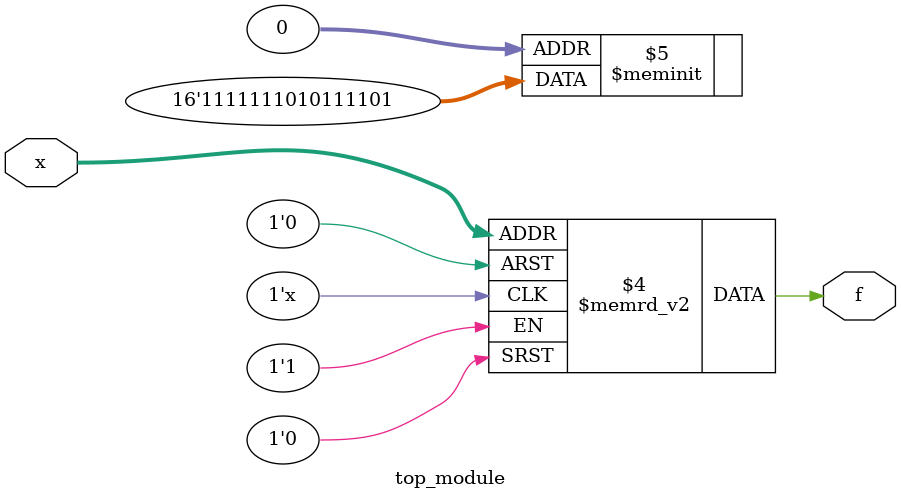
<source format=sv>
module top_module (
	input [4:1] x,
	output logic f
);

always_comb begin
	case (x)
		4'b0000: f = 1; 
		4'b0001: f = 0;
		4'b0010: f = 1;
		4'b0011: f = 1;
		4'b0100: f = 1;
		4'b0101: f = 1;
		4'b0110: f = 0;
		4'b0111: f = 1;
		4'b1000: f = 0;
		4'b1001: f = 1;
		4'b1010: f = 1;
		4'b1011: f = 1;
		4'b1100: f = 1;
		4'b1101: f = 1;
		4'b1110: f = 1;
		4'b1111: f = 1;
		default: f = 0; 
	endcase
end

endmodule

</source>
